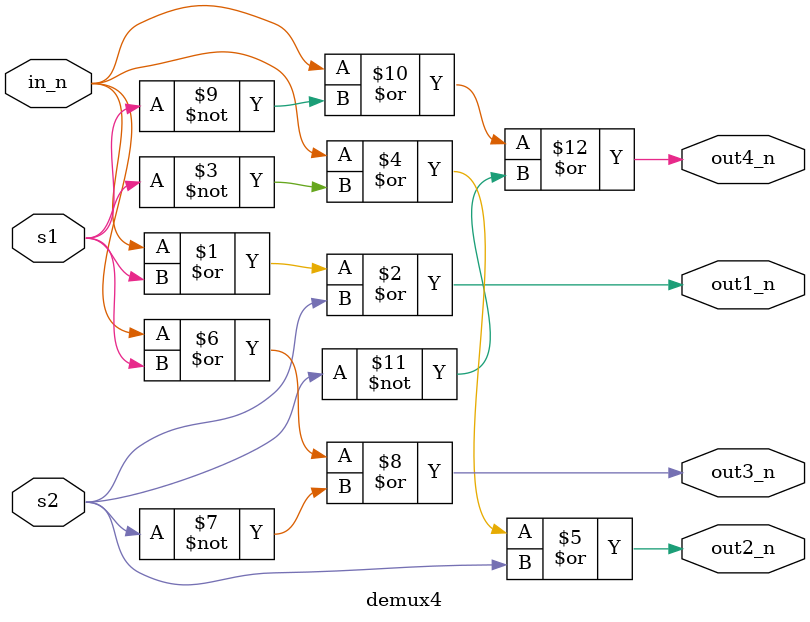
<source format=sv>
`ifndef __DEMUX4_SV__
`define __DEMUX4_SV__

/*
 * 1:4 DEMUX
 */
module demux4 #(
    parameter BITS = 1
) (
    input [BITS-1:0] in_n, // Input (active low)
    input [BITS-1:0] s1, // Select 1
    input [BITS-1:0] s2, // Select 2
    output [BITS-1:0] out1_n, // Output 1 (active low)
    output [BITS-1:0] out2_n, // Output 2 (active low)
    output [BITS-1:0] out3_n, // Output 3 (active low)
    output [BITS-1:0] out4_n // Output 4 (active low)
);

    assign out1_n = in_n | s1 | s2;
    assign out2_n = in_n | ~s1 | s2;
    assign out3_n = in_n | s1 | ~s2;
    assign out4_n = in_n | ~s1 | ~s2;

`ifdef FORMAL
    /* Validate logic */
    always_comb begin
        if (in_n) begin
            assert(out1_n);
            assert(out2_n);
            assert(out3_n);
            assert(out4_n);
        end else if (~s1 & ~s2) begin
            assert(~out1_n);
            assert(out2_n);
            assert(out3_n);
            assert(out4_n);
        end else if (s1 & ~s2) begin
            assert(out1_n);
            assert(~out2_n);
            assert(out3_n);
            assert(out4_n);
        end else if (~s1 & s2) begin
            assert(out1_n);
            assert(out2_n);
            assert(~out3_n);
            assert(out4_n);
        end else if (s1 & s2) begin
            assert(out1_n);
            assert(out2_n);
            assert(out3_n);
            assert(~out4_n);
        end
    end
`endif

endmodule

`endif

</source>
